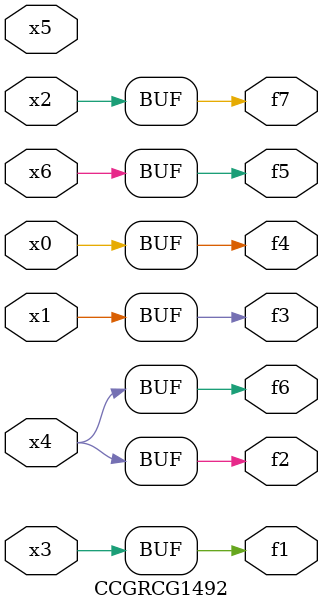
<source format=v>
module CCGRCG1492(
	input x0, x1, x2, x3, x4, x5, x6,
	output f1, f2, f3, f4, f5, f6, f7
);
	assign f1 = x3;
	assign f2 = x4;
	assign f3 = x1;
	assign f4 = x0;
	assign f5 = x6;
	assign f6 = x4;
	assign f7 = x2;
endmodule

</source>
